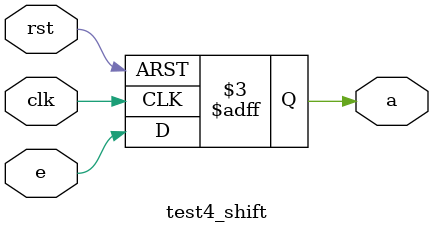
<source format=v>
module test4_shift
(	input clk,rst,e,
	output reg a);

reg b,c,d;

always @(posedge clk, negedge rst)
begin
	if(!rst)
		{a,b,c,d} <= 4'b0000;
	else
	begin
		d = e;
		c = d;
		b = c;
		a = b;
	end
end

endmodule 
</source>
